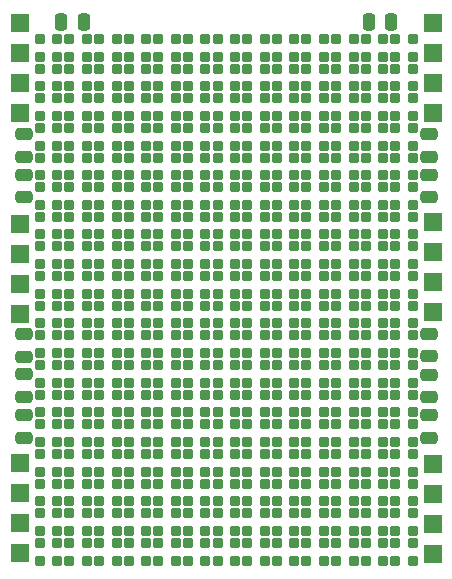
<source format=gbr>
%TF.GenerationSoftware,KiCad,Pcbnew,8.0.2*%
%TF.CreationDate,2024-06-26T19:14:07+02:00*%
%TF.ProjectId,PixelDisplay,50697865-6c44-4697-9370-6c61792e6b69,rev?*%
%TF.SameCoordinates,Original*%
%TF.FileFunction,Soldermask,Top*%
%TF.FilePolarity,Negative*%
%FSLAX46Y46*%
G04 Gerber Fmt 4.6, Leading zero omitted, Abs format (unit mm)*
G04 Created by KiCad (PCBNEW 8.0.2) date 2024-06-26 19:14:07*
%MOMM*%
%LPD*%
G01*
G04 APERTURE LIST*
G04 Aperture macros list*
%AMRoundRect*
0 Rectangle with rounded corners*
0 $1 Rounding radius*
0 $2 $3 $4 $5 $6 $7 $8 $9 X,Y pos of 4 corners*
0 Add a 4 corners polygon primitive as box body*
4,1,4,$2,$3,$4,$5,$6,$7,$8,$9,$2,$3,0*
0 Add four circle primitives for the rounded corners*
1,1,$1+$1,$2,$3*
1,1,$1+$1,$4,$5*
1,1,$1+$1,$6,$7*
1,1,$1+$1,$8,$9*
0 Add four rect primitives between the rounded corners*
20,1,$1+$1,$2,$3,$4,$5,0*
20,1,$1+$1,$4,$5,$6,$7,0*
20,1,$1+$1,$6,$7,$8,$9,0*
20,1,$1+$1,$8,$9,$2,$3,0*%
G04 Aperture macros list end*
%ADD10RoundRect,0.050000X-0.345000X-0.345000X0.345000X-0.345000X0.345000X0.345000X-0.345000X0.345000X0*%
%ADD11RoundRect,0.250000X-0.475000X0.250000X-0.475000X-0.250000X0.475000X-0.250000X0.475000X0.250000X0*%
%ADD12R,1.500000X1.500000*%
%ADD13RoundRect,0.250000X0.475000X-0.250000X0.475000X0.250000X-0.475000X0.250000X-0.475000X-0.250000X0*%
%ADD14RoundRect,0.250000X0.250000X0.475000X-0.250000X0.475000X-0.250000X-0.475000X0.250000X-0.475000X0*%
G04 APERTURE END LIST*
D10*
%TO.C,ICled210*%
X148324112Y-85256000D03*
X148324112Y-86746000D03*
X146834112Y-86746000D03*
X146834112Y-85256000D03*
%TD*%
%TO.C,ICled127*%
X145814362Y-72705100D03*
X145814362Y-74195100D03*
X144324362Y-74195100D03*
X144324362Y-72705100D03*
%TD*%
%TO.C,ICled117*%
X168402112Y-67684400D03*
X168402112Y-69174400D03*
X166912112Y-69174400D03*
X166912112Y-67684400D03*
%TD*%
%TO.C,ICled136*%
X153343612Y-72705100D03*
X153343612Y-74195100D03*
X151853612Y-74195100D03*
X151853612Y-72705100D03*
%TD*%
%TO.C,ICled68*%
X160872862Y-60154200D03*
X160872862Y-61644200D03*
X159382862Y-61644200D03*
X159382862Y-60154200D03*
%TD*%
%TO.C,ICled193*%
X168402112Y-77725800D03*
X168402112Y-79215800D03*
X166912112Y-79215800D03*
X166912112Y-77725800D03*
%TD*%
%TO.C,ICled22*%
X155853355Y-50114500D03*
X155853355Y-51604500D03*
X154363355Y-51604500D03*
X154363355Y-50114500D03*
%TD*%
D11*
%TO.C,C4*%
X169800000Y-55660000D03*
X169800000Y-57560000D03*
%TD*%
D10*
%TO.C,ICled32*%
X163382612Y-52624000D03*
X163382612Y-54114000D03*
X161892612Y-54114000D03*
X161892612Y-52624000D03*
%TD*%
%TO.C,ICled125*%
X143304612Y-75214600D03*
X143304612Y-76704600D03*
X141814612Y-76704600D03*
X141814612Y-75214600D03*
%TD*%
%TO.C,ICled65*%
X158363112Y-60154200D03*
X158363112Y-61644200D03*
X156873112Y-61644200D03*
X156873112Y-60154200D03*
%TD*%
%TO.C,ICled169*%
X148324112Y-80235300D03*
X148324112Y-81725300D03*
X146834112Y-81725300D03*
X146834112Y-80235300D03*
%TD*%
%TO.C,ICled211*%
X150833862Y-87765500D03*
X150833862Y-89255500D03*
X149343862Y-89255500D03*
X149343862Y-87765500D03*
%TD*%
%TO.C,ICled42*%
X138284862Y-55135200D03*
X138284862Y-56625200D03*
X136794862Y-56625200D03*
X136794862Y-55135200D03*
%TD*%
%TO.C,ICled101*%
X155853362Y-67684400D03*
X155853362Y-69174400D03*
X154363362Y-69174400D03*
X154363362Y-67684400D03*
%TD*%
%TO.C,ICled27*%
X158363054Y-47605000D03*
X158363054Y-49095000D03*
X156873054Y-49095000D03*
X156873054Y-47605000D03*
%TD*%
%TO.C,ICled129*%
X145814362Y-70195600D03*
X145814362Y-71685600D03*
X144324362Y-71685600D03*
X144324362Y-70195600D03*
%TD*%
D12*
%TO.C,J6*%
X135100000Y-83540000D03*
X135100000Y-86080000D03*
X135100000Y-88620000D03*
X135100000Y-91160000D03*
%TD*%
D10*
%TO.C,ICled140*%
X155853362Y-75214600D03*
X155853362Y-76704600D03*
X154363362Y-76704600D03*
X154363362Y-75214600D03*
%TD*%
%TO.C,ICled233*%
X168402112Y-87765500D03*
X168402112Y-89255500D03*
X166912112Y-89255500D03*
X166912112Y-87765500D03*
%TD*%
%TO.C,ICled19*%
X153343612Y-50114500D03*
X153343612Y-51604500D03*
X151853612Y-51604500D03*
X151853612Y-50114500D03*
%TD*%
%TO.C,ICled24*%
X155853332Y-47605000D03*
X155853332Y-49095000D03*
X154363332Y-49095000D03*
X154363332Y-47605000D03*
%TD*%
%TO.C,ICled30*%
X160872776Y-47605000D03*
X160872776Y-49095000D03*
X159382776Y-49095000D03*
X159382776Y-47605000D03*
%TD*%
%TO.C,ICled62*%
X155853362Y-60154200D03*
X155853362Y-61644200D03*
X154363362Y-61644200D03*
X154363362Y-60154200D03*
%TD*%
%TO.C,ICled39*%
X168402112Y-52624000D03*
X168402112Y-54114000D03*
X166912112Y-54114000D03*
X166912112Y-52624000D03*
%TD*%
%TO.C,ICled59*%
X153343612Y-60154200D03*
X153343612Y-61644200D03*
X151853612Y-61644200D03*
X151853612Y-60154200D03*
%TD*%
%TO.C,ICled87*%
X143304612Y-62665400D03*
X143304612Y-64155400D03*
X141814612Y-64155400D03*
X141814612Y-62665400D03*
%TD*%
D13*
%TO.C,C9*%
X135450000Y-77900000D03*
X135450000Y-76000000D03*
%TD*%
D10*
%TO.C,ICled35*%
X165892362Y-52624000D03*
X165892362Y-54114000D03*
X164402362Y-54114000D03*
X164402362Y-52624000D03*
%TD*%
%TO.C,ICled128*%
X145814362Y-75214600D03*
X145814362Y-76704600D03*
X144324362Y-76704600D03*
X144324362Y-75214600D03*
%TD*%
%TO.C,ICled91*%
X148324112Y-65174900D03*
X148324112Y-66664900D03*
X146834112Y-66664900D03*
X146834112Y-65174900D03*
%TD*%
%TO.C,ICled78*%
X168402112Y-60154200D03*
X168402112Y-61644200D03*
X166912112Y-61644200D03*
X166912112Y-60154200D03*
%TD*%
%TO.C,ICled51*%
X145814235Y-55135200D03*
X145814235Y-56625200D03*
X144324235Y-56625200D03*
X144324235Y-55135200D03*
%TD*%
%TO.C,ICled226*%
X163382612Y-87765500D03*
X163382612Y-89255500D03*
X161892612Y-89255500D03*
X161892612Y-87765500D03*
%TD*%
%TO.C,ICled2*%
X138285112Y-52624000D03*
X138285112Y-54114000D03*
X136795112Y-54114000D03*
X136795112Y-52624000D03*
%TD*%
%TO.C,ICled220*%
X158363112Y-87765500D03*
X158363112Y-89255500D03*
X156873112Y-89255500D03*
X156873112Y-87765500D03*
%TD*%
%TO.C,ICled116*%
X168402112Y-65174900D03*
X168402112Y-66664900D03*
X166912112Y-66664900D03*
X166912112Y-65174900D03*
%TD*%
%TO.C,ICled37*%
X168401946Y-47605000D03*
X168401946Y-49095000D03*
X166911946Y-49095000D03*
X166911946Y-47605000D03*
%TD*%
%TO.C,ICled145*%
X160872862Y-72705100D03*
X160872862Y-74195100D03*
X159382862Y-74195100D03*
X159382862Y-72705100D03*
%TD*%
%TO.C,ICled112*%
X165892362Y-65174900D03*
X165892362Y-66664900D03*
X164402362Y-66664900D03*
X164402362Y-65174900D03*
%TD*%
%TO.C,ICled223*%
X160872862Y-87765500D03*
X160872862Y-89255500D03*
X159382862Y-89255500D03*
X159382862Y-87765500D03*
%TD*%
%TO.C,ICled137*%
X153343612Y-75214600D03*
X153343612Y-76704600D03*
X151853612Y-76704600D03*
X151853612Y-75214600D03*
%TD*%
%TO.C,ICled94*%
X150833862Y-65174900D03*
X150833862Y-66664900D03*
X149343862Y-66664900D03*
X149343862Y-65174900D03*
%TD*%
%TO.C,ICled119*%
X138285112Y-75214600D03*
X138285112Y-76704600D03*
X136795112Y-76704600D03*
X136795112Y-75214600D03*
%TD*%
%TO.C,ICled151*%
X165892362Y-72705100D03*
X165892362Y-74195100D03*
X164402362Y-74195100D03*
X164402362Y-72705100D03*
%TD*%
%TO.C,ICled188*%
X163382612Y-82744800D03*
X163382612Y-84234800D03*
X161892612Y-84234800D03*
X161892612Y-82744800D03*
%TD*%
%TO.C,ICled4*%
X140794897Y-50114500D03*
X140794897Y-51604500D03*
X139304897Y-51604500D03*
X139304897Y-50114500D03*
%TD*%
%TO.C,ICled115*%
X168402112Y-62665400D03*
X168402112Y-64155400D03*
X166912112Y-64155400D03*
X166912112Y-62665400D03*
%TD*%
%TO.C,ICled133*%
X150833862Y-72705100D03*
X150833862Y-74195100D03*
X149343862Y-74195100D03*
X149343862Y-72705100D03*
%TD*%
%TO.C,ICled160*%
X140794862Y-80235300D03*
X140794862Y-81725300D03*
X139304862Y-81725300D03*
X139304862Y-80235300D03*
%TD*%
%TO.C,ICled139*%
X155853362Y-72705100D03*
X155853362Y-74195100D03*
X154363362Y-74195100D03*
X154363362Y-72705100D03*
%TD*%
%TO.C,ICled209*%
X148324112Y-90275000D03*
X148324112Y-91765000D03*
X146834112Y-91765000D03*
X146834112Y-90275000D03*
%TD*%
%TO.C,ICled189*%
X163382612Y-77725800D03*
X163382612Y-79215800D03*
X161892612Y-79215800D03*
X161892612Y-77725800D03*
%TD*%
%TO.C,ICled105*%
X158363112Y-62665400D03*
X158363112Y-64155400D03*
X156873112Y-64155400D03*
X156873112Y-62665400D03*
%TD*%
%TO.C,ICled33*%
X163382498Y-47605000D03*
X163382498Y-49095000D03*
X161892498Y-49095000D03*
X161892498Y-47605000D03*
%TD*%
%TO.C,ICled80*%
X138285112Y-67684400D03*
X138285112Y-69174400D03*
X136795112Y-69174400D03*
X136795112Y-67684400D03*
%TD*%
%TO.C,ICled154*%
X168402112Y-70195600D03*
X168402112Y-71685600D03*
X166912112Y-71685600D03*
X166912112Y-70195600D03*
%TD*%
%TO.C,ICled34*%
X165892327Y-50114500D03*
X165892327Y-51604500D03*
X164402327Y-51604500D03*
X164402327Y-50114500D03*
%TD*%
%TO.C,ICled143*%
X158363112Y-75214600D03*
X158363112Y-76704600D03*
X156873112Y-76704600D03*
X156873112Y-75214600D03*
%TD*%
%TO.C,ICled168*%
X145814362Y-77725800D03*
X145814362Y-79215800D03*
X144324362Y-79215800D03*
X144324362Y-77725800D03*
%TD*%
D14*
%TO.C,C2*%
X166570000Y-46200000D03*
X164670000Y-46200000D03*
%TD*%
D10*
%TO.C,ICled5*%
X140794862Y-52624000D03*
X140794862Y-54114000D03*
X139304862Y-54114000D03*
X139304862Y-52624000D03*
%TD*%
%TO.C,ICled205*%
X145814362Y-87765500D03*
X145814362Y-89255500D03*
X144324362Y-89255500D03*
X144324362Y-87765500D03*
%TD*%
%TO.C,ICled29*%
X160872862Y-52624000D03*
X160872862Y-54114000D03*
X159382862Y-54114000D03*
X159382862Y-52624000D03*
%TD*%
%TO.C,ICled100*%
X155853362Y-65174900D03*
X155853362Y-66664900D03*
X154363362Y-66664900D03*
X154363362Y-65174900D03*
%TD*%
%TO.C,ICled222*%
X158363112Y-85256000D03*
X158363112Y-86746000D03*
X156873112Y-86746000D03*
X156873112Y-85256000D03*
%TD*%
%TO.C,ICled163*%
X143304612Y-80235300D03*
X143304612Y-81725300D03*
X141814612Y-81725300D03*
X141814612Y-80235300D03*
%TD*%
%TO.C,ICled229*%
X165892362Y-87765500D03*
X165892362Y-89255500D03*
X164402362Y-89255500D03*
X164402362Y-87765500D03*
%TD*%
%TO.C,ICled81*%
X138285112Y-62665400D03*
X138285112Y-64155400D03*
X136795112Y-64155400D03*
X136795112Y-62665400D03*
%TD*%
%TO.C,ICled165*%
X143304612Y-77725800D03*
X143304612Y-79215800D03*
X141814612Y-79215800D03*
X141814612Y-77725800D03*
%TD*%
%TO.C,ICled130*%
X148324112Y-72705100D03*
X148324112Y-74195100D03*
X146834112Y-74195100D03*
X146834112Y-72705100D03*
%TD*%
%TO.C,ICled53*%
X148324112Y-60154200D03*
X148324112Y-61644200D03*
X146834112Y-61644200D03*
X146834112Y-60154200D03*
%TD*%
%TO.C,ICled121*%
X140794862Y-72705100D03*
X140794862Y-74195100D03*
X139304862Y-74195100D03*
X139304862Y-72705100D03*
%TD*%
%TO.C,ICled38*%
X168402071Y-50114500D03*
X168402071Y-51604500D03*
X166912071Y-51604500D03*
X166912071Y-50114500D03*
%TD*%
%TO.C,ICled144*%
X158363112Y-70195600D03*
X158363112Y-71685600D03*
X156873112Y-71685600D03*
X156873112Y-70195600D03*
%TD*%
%TO.C,ICled41*%
X138285112Y-60154200D03*
X138285112Y-61644200D03*
X136795112Y-61644200D03*
X136795112Y-60154200D03*
%TD*%
%TO.C,ICled57*%
X150833817Y-55135200D03*
X150833817Y-56625200D03*
X149343817Y-56625200D03*
X149343817Y-55135200D03*
%TD*%
%TO.C,ICled216*%
X153343612Y-85256000D03*
X153343612Y-86746000D03*
X151853612Y-86746000D03*
X151853612Y-85256000D03*
%TD*%
%TO.C,ICled96*%
X150833862Y-62665400D03*
X150833862Y-64155400D03*
X149343862Y-64155400D03*
X149343862Y-62665400D03*
%TD*%
%TO.C,ICled77*%
X168402071Y-57644700D03*
X168402071Y-59134700D03*
X166912071Y-59134700D03*
X166912071Y-57644700D03*
%TD*%
%TO.C,ICled141*%
X155853362Y-70195600D03*
X155853362Y-71685600D03*
X154363362Y-71685600D03*
X154363362Y-70195600D03*
%TD*%
%TO.C,ICled103*%
X158363112Y-65174900D03*
X158363112Y-66664900D03*
X156873112Y-66664900D03*
X156873112Y-65174900D03*
%TD*%
%TO.C,ICled181*%
X158363112Y-80235300D03*
X158363112Y-81725300D03*
X156873112Y-81725300D03*
X156873112Y-80235300D03*
%TD*%
%TO.C,ICled85*%
X143304612Y-65174900D03*
X143304612Y-66664900D03*
X141814612Y-66664900D03*
X141814612Y-65174900D03*
%TD*%
%TO.C,ICled93*%
X148324112Y-62665400D03*
X148324112Y-64155400D03*
X146834112Y-64155400D03*
X146834112Y-62665400D03*
%TD*%
%TO.C,ICled187*%
X163382612Y-80235300D03*
X163382612Y-81725300D03*
X161892612Y-81725300D03*
X161892612Y-80235300D03*
%TD*%
D12*
%TO.C,J5*%
X170100000Y-91190000D03*
X170100000Y-88650000D03*
X170100000Y-86110000D03*
X170100000Y-83570000D03*
%TD*%
D10*
%TO.C,ICled174*%
X150833862Y-77725800D03*
X150833862Y-79215800D03*
X149343862Y-79215800D03*
X149343862Y-77725800D03*
%TD*%
%TO.C,ICled92*%
X148324112Y-67684400D03*
X148324112Y-69174400D03*
X146834112Y-69174400D03*
X146834112Y-67684400D03*
%TD*%
%TO.C,ICled76*%
X168402362Y-55135200D03*
X168402362Y-56625200D03*
X166912362Y-56625200D03*
X166912362Y-55135200D03*
%TD*%
%TO.C,ICled28*%
X160872841Y-50114500D03*
X160872841Y-51604500D03*
X159382841Y-51604500D03*
X159382841Y-50114500D03*
%TD*%
%TO.C,ICled20*%
X153343612Y-52624000D03*
X153343612Y-54114000D03*
X151853612Y-54114000D03*
X151853612Y-52624000D03*
%TD*%
%TO.C,ICled171*%
X148324112Y-77725800D03*
X148324112Y-79215800D03*
X146834112Y-79215800D03*
X146834112Y-77725800D03*
%TD*%
%TO.C,ICled120*%
X138285112Y-70195600D03*
X138285112Y-71685600D03*
X136795112Y-71685600D03*
X136795112Y-70195600D03*
%TD*%
%TO.C,ICled82*%
X140794862Y-65174900D03*
X140794862Y-66664900D03*
X139304862Y-66664900D03*
X139304862Y-65174900D03*
%TD*%
%TO.C,ICled185*%
X160872862Y-82744800D03*
X160872862Y-84234800D03*
X159382862Y-84234800D03*
X159382862Y-82744800D03*
%TD*%
%TO.C,ICled11*%
X145814362Y-52624000D03*
X145814362Y-54114000D03*
X144324362Y-54114000D03*
X144324362Y-52624000D03*
%TD*%
%TO.C,ICled155*%
X168402112Y-72705100D03*
X168402112Y-74195100D03*
X166912112Y-74195100D03*
X166912112Y-72705100D03*
%TD*%
%TO.C,ICled180*%
X155853362Y-77725800D03*
X155853362Y-79215800D03*
X154363362Y-79215800D03*
X154363362Y-77725800D03*
%TD*%
%TO.C,ICled83*%
X140794862Y-67684400D03*
X140794862Y-69174400D03*
X139304862Y-69174400D03*
X139304862Y-67684400D03*
%TD*%
%TO.C,ICled55*%
X150833869Y-57644700D03*
X150833869Y-59134700D03*
X149343869Y-59134700D03*
X149343869Y-57644700D03*
%TD*%
D13*
%TO.C,C8*%
X135450000Y-74500000D03*
X135450000Y-72600000D03*
%TD*%
D10*
%TO.C,ICled44*%
X140794862Y-60154200D03*
X140794862Y-61644200D03*
X139304862Y-61644200D03*
X139304862Y-60154200D03*
%TD*%
%TO.C,ICled198*%
X138285112Y-85256000D03*
X138285112Y-86746000D03*
X136795112Y-86746000D03*
X136795112Y-85256000D03*
%TD*%
%TO.C,ICled102*%
X155853362Y-62665400D03*
X155853362Y-64155400D03*
X154363362Y-64155400D03*
X154363362Y-62665400D03*
%TD*%
%TO.C,ICled64*%
X158363098Y-57644700D03*
X158363098Y-59134700D03*
X156873098Y-59134700D03*
X156873098Y-57644700D03*
%TD*%
%TO.C,ICled207*%
X145814362Y-85256000D03*
X145814362Y-86746000D03*
X144324362Y-86746000D03*
X144324362Y-85256000D03*
%TD*%
%TO.C,ICled7*%
X143304640Y-50114500D03*
X143304640Y-51604500D03*
X141814640Y-51604500D03*
X141814640Y-50114500D03*
%TD*%
%TO.C,ICled231*%
X165892362Y-85256000D03*
X165892362Y-86746000D03*
X164402362Y-86746000D03*
X164402362Y-85256000D03*
%TD*%
%TO.C,ICled182*%
X158363112Y-82744800D03*
X158363112Y-84234800D03*
X156873112Y-84234800D03*
X156873112Y-82744800D03*
%TD*%
%TO.C,ICled153*%
X165892362Y-70195600D03*
X165892362Y-71685600D03*
X164402362Y-71685600D03*
X164402362Y-70195600D03*
%TD*%
%TO.C,ICled74*%
X165892362Y-60154200D03*
X165892362Y-61644200D03*
X164402362Y-61644200D03*
X164402362Y-60154200D03*
%TD*%
%TO.C,ICled190*%
X165892362Y-80235300D03*
X165892362Y-81725300D03*
X164402362Y-81725300D03*
X164402362Y-80235300D03*
%TD*%
%TO.C,ICled179*%
X155853362Y-82744800D03*
X155853362Y-84234800D03*
X154363362Y-84234800D03*
X154363362Y-82744800D03*
%TD*%
%TO.C,ICled150*%
X163382612Y-70195600D03*
X163382612Y-71685600D03*
X161892612Y-71685600D03*
X161892612Y-70195600D03*
%TD*%
%TO.C,ICled1*%
X138285154Y-50114500D03*
X138285154Y-51604500D03*
X136795154Y-51604500D03*
X136795154Y-50114500D03*
%TD*%
%TO.C,ICled214*%
X153343612Y-87765500D03*
X153343612Y-89255500D03*
X151853612Y-89255500D03*
X151853612Y-87765500D03*
%TD*%
%TO.C,ICled113*%
X165892362Y-67684400D03*
X165892362Y-69174400D03*
X164402362Y-69174400D03*
X164402362Y-67684400D03*
%TD*%
%TO.C,ICled219*%
X155853362Y-85256000D03*
X155853362Y-86746000D03*
X154363362Y-86746000D03*
X154363362Y-85256000D03*
%TD*%
%TO.C,ICled170*%
X148324112Y-82744800D03*
X148324112Y-84234800D03*
X146834112Y-84234800D03*
X146834112Y-82744800D03*
%TD*%
%TO.C,ICled197*%
X138285112Y-90275000D03*
X138285112Y-91765000D03*
X136795112Y-91765000D03*
X136795112Y-90275000D03*
%TD*%
%TO.C,ICled146*%
X160872862Y-75214600D03*
X160872862Y-76704600D03*
X159382862Y-76704600D03*
X159382862Y-75214600D03*
%TD*%
%TO.C,ICled208*%
X148324112Y-87765500D03*
X148324112Y-89255500D03*
X146834112Y-89255500D03*
X146834112Y-87765500D03*
%TD*%
%TO.C,ICled172*%
X150833862Y-80235300D03*
X150833862Y-81725300D03*
X149343862Y-81725300D03*
X149343862Y-80235300D03*
%TD*%
%TO.C,ICled66*%
X158363190Y-55135200D03*
X158363190Y-56625200D03*
X156873190Y-56625200D03*
X156873190Y-55135200D03*
%TD*%
%TO.C,ICled8*%
X143304612Y-52624000D03*
X143304612Y-54114000D03*
X141814612Y-54114000D03*
X141814612Y-52624000D03*
%TD*%
%TO.C,ICled61*%
X155853355Y-57644700D03*
X155853355Y-59134700D03*
X154363355Y-59134700D03*
X154363355Y-57644700D03*
%TD*%
%TO.C,ICled213*%
X150833862Y-85256000D03*
X150833862Y-86746000D03*
X149343862Y-86746000D03*
X149343862Y-85256000D03*
%TD*%
%TO.C,ICled183*%
X158363112Y-77725800D03*
X158363112Y-79215800D03*
X156873112Y-79215800D03*
X156873112Y-77725800D03*
%TD*%
%TO.C,ICled225*%
X160872862Y-85256000D03*
X160872862Y-86746000D03*
X159382862Y-86746000D03*
X159382862Y-85256000D03*
%TD*%
%TO.C,ICled224*%
X160872862Y-90275000D03*
X160872862Y-91765000D03*
X159382862Y-91765000D03*
X159382862Y-90275000D03*
%TD*%
%TO.C,ICled200*%
X140794862Y-90275000D03*
X140794862Y-91765000D03*
X139304862Y-91765000D03*
X139304862Y-90275000D03*
%TD*%
%TO.C,ICled10*%
X145814383Y-50114500D03*
X145814383Y-51604500D03*
X144324383Y-51604500D03*
X144324383Y-50114500D03*
%TD*%
%TO.C,ICled176*%
X153343612Y-82744800D03*
X153343612Y-84234800D03*
X151853612Y-84234800D03*
X151853612Y-82744800D03*
%TD*%
%TO.C,ICled89*%
X145814362Y-67684400D03*
X145814362Y-69174400D03*
X144324362Y-69174400D03*
X144324362Y-67684400D03*
%TD*%
D13*
%TO.C,C7*%
X169800000Y-74475000D03*
X169800000Y-72575000D03*
%TD*%
D10*
%TO.C,ICled13*%
X148324126Y-50114500D03*
X148324126Y-51604500D03*
X146834126Y-51604500D03*
X146834126Y-50114500D03*
%TD*%
%TO.C,ICled15*%
X148324166Y-47605000D03*
X148324166Y-49095000D03*
X146834166Y-49095000D03*
X146834166Y-47605000D03*
%TD*%
%TO.C,ICled227*%
X163382612Y-90275000D03*
X163382612Y-91765000D03*
X161892612Y-91765000D03*
X161892612Y-90275000D03*
%TD*%
%TO.C,ICled206*%
X145814362Y-90275000D03*
X145814362Y-91765000D03*
X144324362Y-91765000D03*
X144324362Y-90275000D03*
%TD*%
%TO.C,ICled45*%
X140794653Y-55135200D03*
X140794653Y-56625200D03*
X139304653Y-56625200D03*
X139304653Y-55135200D03*
%TD*%
%TO.C,ICled152*%
X165892362Y-75214600D03*
X165892362Y-76704600D03*
X164402362Y-76704600D03*
X164402362Y-75214600D03*
%TD*%
%TO.C,ICled23*%
X155853362Y-52624000D03*
X155853362Y-54114000D03*
X154363362Y-54114000D03*
X154363362Y-52624000D03*
%TD*%
%TO.C,ICled52*%
X148324126Y-57644700D03*
X148324126Y-59134700D03*
X146834126Y-59134700D03*
X146834126Y-57644700D03*
%TD*%
%TO.C,ICled204*%
X143304612Y-85256000D03*
X143304612Y-86746000D03*
X141814612Y-86746000D03*
X141814612Y-85256000D03*
%TD*%
%TO.C,ICled69*%
X160872981Y-55135200D03*
X160872981Y-56625200D03*
X159382981Y-56625200D03*
X159382981Y-55135200D03*
%TD*%
%TO.C,ICled135*%
X150833862Y-70195600D03*
X150833862Y-71685600D03*
X149343862Y-71685600D03*
X149343862Y-70195600D03*
%TD*%
%TO.C,ICled138*%
X153343612Y-70195600D03*
X153343612Y-71685600D03*
X151853612Y-71685600D03*
X151853612Y-70195600D03*
%TD*%
D12*
%TO.C,J2*%
X170100000Y-53880000D03*
X170100000Y-51340000D03*
X170100000Y-48800000D03*
X170100000Y-46260000D03*
%TD*%
D10*
%TO.C,ICled199*%
X140794862Y-87765500D03*
X140794862Y-89255500D03*
X139304862Y-89255500D03*
X139304862Y-87765500D03*
%TD*%
%TO.C,ICled56*%
X150833862Y-60154200D03*
X150833862Y-61644200D03*
X149343862Y-61644200D03*
X149343862Y-60154200D03*
%TD*%
D13*
%TO.C,C3*%
X135450000Y-57560000D03*
X135450000Y-55660000D03*
%TD*%
D10*
%TO.C,ICled108*%
X160872862Y-62665400D03*
X160872862Y-64155400D03*
X159382862Y-64155400D03*
X159382862Y-62665400D03*
%TD*%
%TO.C,ICled228*%
X163382612Y-85256000D03*
X163382612Y-86746000D03*
X161892612Y-86746000D03*
X161892612Y-85256000D03*
%TD*%
%TO.C,ICled158*%
X138285112Y-82744800D03*
X138285112Y-84234800D03*
X136795112Y-84234800D03*
X136795112Y-82744800D03*
%TD*%
D13*
%TO.C,C6*%
X135450000Y-61010000D03*
X135450000Y-59110000D03*
%TD*%
D10*
%TO.C,ICled215*%
X153343612Y-90275000D03*
X153343612Y-91765000D03*
X151853612Y-91765000D03*
X151853612Y-90275000D03*
%TD*%
%TO.C,ICled90*%
X145814362Y-62665400D03*
X145814362Y-64155400D03*
X144324362Y-64155400D03*
X144324362Y-62665400D03*
%TD*%
%TO.C,ICled175*%
X153343612Y-80235300D03*
X153343612Y-81725300D03*
X151853612Y-81725300D03*
X151853612Y-80235300D03*
%TD*%
%TO.C,ICled43*%
X140794897Y-57644700D03*
X140794897Y-59134700D03*
X139304897Y-59134700D03*
X139304897Y-57644700D03*
%TD*%
%TO.C,ICled147*%
X160872862Y-70195600D03*
X160872862Y-71685600D03*
X159382862Y-71685600D03*
X159382862Y-70195600D03*
%TD*%
%TO.C,ICled58*%
X153343612Y-57644700D03*
X153343612Y-59134700D03*
X151853612Y-59134700D03*
X151853612Y-57644700D03*
%TD*%
%TO.C,ICled131*%
X148324112Y-75214600D03*
X148324112Y-76704600D03*
X146834112Y-76704600D03*
X146834112Y-75214600D03*
%TD*%
%TO.C,ICled192*%
X165892362Y-77725800D03*
X165892362Y-79215800D03*
X164402362Y-79215800D03*
X164402362Y-77725800D03*
%TD*%
%TO.C,ICled164*%
X143304612Y-82744800D03*
X143304612Y-84234800D03*
X141814612Y-84234800D03*
X141814612Y-82744800D03*
%TD*%
%TO.C,ICled98*%
X153343612Y-67684400D03*
X153343612Y-69174400D03*
X151853612Y-69174400D03*
X151853612Y-67684400D03*
%TD*%
%TO.C,ICled21*%
X153343610Y-47605000D03*
X153343610Y-49095000D03*
X151853610Y-49095000D03*
X151853610Y-47605000D03*
%TD*%
%TO.C,ICled79*%
X138285112Y-65174900D03*
X138285112Y-66664900D03*
X136795112Y-66664900D03*
X136795112Y-65174900D03*
%TD*%
%TO.C,ICled25*%
X158363098Y-50114500D03*
X158363098Y-51604500D03*
X156873098Y-51604500D03*
X156873098Y-50114500D03*
%TD*%
%TO.C,ICled6*%
X140795000Y-47605000D03*
X140795000Y-49095000D03*
X139305000Y-49095000D03*
X139305000Y-47605000D03*
%TD*%
%TO.C,ICled84*%
X140794862Y-62665400D03*
X140794862Y-64155400D03*
X139304862Y-64155400D03*
X139304862Y-62665400D03*
%TD*%
%TO.C,ICled107*%
X160872862Y-67684400D03*
X160872862Y-69174400D03*
X159382862Y-69174400D03*
X159382862Y-67684400D03*
%TD*%
%TO.C,ICled26*%
X158363112Y-52624000D03*
X158363112Y-54114000D03*
X156873112Y-54114000D03*
X156873112Y-52624000D03*
%TD*%
%TO.C,ICled40*%
X138285154Y-57644700D03*
X138285154Y-59134700D03*
X136795154Y-59134700D03*
X136795154Y-57644700D03*
%TD*%
%TO.C,ICled123*%
X140794862Y-70195600D03*
X140794862Y-71685600D03*
X139304862Y-71685600D03*
X139304862Y-70195600D03*
%TD*%
%TO.C,ICled60*%
X153343608Y-55135200D03*
X153343608Y-56625200D03*
X151853608Y-56625200D03*
X151853608Y-55135200D03*
%TD*%
%TO.C,ICled195*%
X168402112Y-82744800D03*
X168402112Y-84234800D03*
X166912112Y-84234800D03*
X166912112Y-82744800D03*
%TD*%
%TO.C,ICled217*%
X155853362Y-87765500D03*
X155853362Y-89255500D03*
X154363362Y-89255500D03*
X154363362Y-87765500D03*
%TD*%
%TO.C,ICled18*%
X150833888Y-47605000D03*
X150833888Y-49095000D03*
X149343888Y-49095000D03*
X149343888Y-47605000D03*
%TD*%
%TO.C,ICled114*%
X165892362Y-62665400D03*
X165892362Y-64155400D03*
X164402362Y-64155400D03*
X164402362Y-62665400D03*
%TD*%
%TO.C,ICled75*%
X165892563Y-55135200D03*
X165892563Y-56625200D03*
X164402563Y-56625200D03*
X164402563Y-55135200D03*
%TD*%
%TO.C,ICled161*%
X140794862Y-82744800D03*
X140794862Y-84234800D03*
X139304862Y-84234800D03*
X139304862Y-82744800D03*
%TD*%
%TO.C,ICled63*%
X155853399Y-55135200D03*
X155853399Y-56625200D03*
X154363399Y-56625200D03*
X154363399Y-55135200D03*
%TD*%
%TO.C,ICled173*%
X150833862Y-82744800D03*
X150833862Y-84234800D03*
X149343862Y-84234800D03*
X149343862Y-82744800D03*
%TD*%
%TO.C,ICled221*%
X158363112Y-90275000D03*
X158363112Y-91765000D03*
X156873112Y-91765000D03*
X156873112Y-90275000D03*
%TD*%
%TO.C,ICled86*%
X143304612Y-67684400D03*
X143304612Y-69174400D03*
X141814612Y-69174400D03*
X141814612Y-67684400D03*
%TD*%
%TO.C,ICled48*%
X143304444Y-55135200D03*
X143304444Y-56625200D03*
X141814444Y-56625200D03*
X141814444Y-55135200D03*
%TD*%
%TO.C,ICled212*%
X150833862Y-90275000D03*
X150833862Y-91765000D03*
X149343862Y-91765000D03*
X149343862Y-90275000D03*
%TD*%
%TO.C,ICled132*%
X148324112Y-70195600D03*
X148324112Y-71685600D03*
X146834112Y-71685600D03*
X146834112Y-70195600D03*
%TD*%
%TO.C,ICled149*%
X163382612Y-75214600D03*
X163382612Y-76704600D03*
X161892612Y-76704600D03*
X161892612Y-75214600D03*
%TD*%
%TO.C,ICled184*%
X160872862Y-80235300D03*
X160872862Y-81725300D03*
X159382862Y-81725300D03*
X159382862Y-80235300D03*
%TD*%
%TO.C,ICled196*%
X138285112Y-87765500D03*
X138285112Y-89255500D03*
X136795112Y-89255500D03*
X136795112Y-87765500D03*
%TD*%
D14*
%TO.C,C1*%
X140520000Y-46200000D03*
X138620000Y-46200000D03*
%TD*%
D10*
%TO.C,ICled36*%
X165892220Y-47605000D03*
X165892220Y-49095000D03*
X164402220Y-49095000D03*
X164402220Y-47605000D03*
%TD*%
%TO.C,ICled122*%
X140794862Y-75214600D03*
X140794862Y-76704600D03*
X139304862Y-76704600D03*
X139304862Y-75214600D03*
%TD*%
%TO.C,ICled124*%
X143304612Y-72705100D03*
X143304612Y-74195100D03*
X141814612Y-74195100D03*
X141814612Y-72705100D03*
%TD*%
%TO.C,ICled203*%
X143304612Y-90275000D03*
X143304612Y-91765000D03*
X141814612Y-91765000D03*
X141814612Y-90275000D03*
%TD*%
%TO.C,ICled194*%
X168402112Y-80235300D03*
X168402112Y-81725300D03*
X166912112Y-81725300D03*
X166912112Y-80235300D03*
%TD*%
%TO.C,ICled50*%
X145814362Y-60154200D03*
X145814362Y-61644200D03*
X144324362Y-61644200D03*
X144324362Y-60154200D03*
%TD*%
%TO.C,ICled111*%
X163382612Y-62665400D03*
X163382612Y-64155400D03*
X161892612Y-64155400D03*
X161892612Y-62665400D03*
%TD*%
%TO.C,ICled73*%
X165892327Y-57644700D03*
X165892327Y-59134700D03*
X164402327Y-59134700D03*
X164402327Y-57644700D03*
%TD*%
%TO.C,ICled202*%
X143304612Y-87765500D03*
X143304612Y-89255500D03*
X141814612Y-89255500D03*
X141814612Y-87765500D03*
%TD*%
%TO.C,ICled47*%
X143304612Y-60154200D03*
X143304612Y-61644200D03*
X141814612Y-61644200D03*
X141814612Y-60154200D03*
%TD*%
%TO.C,ICled9*%
X143304722Y-47605000D03*
X143304722Y-49095000D03*
X141814722Y-49095000D03*
X141814722Y-47605000D03*
%TD*%
D11*
%TO.C,C5*%
X169800000Y-59110000D03*
X169800000Y-61010000D03*
%TD*%
D10*
%TO.C,ICled162*%
X140794862Y-77725800D03*
X140794862Y-79215800D03*
X139304862Y-79215800D03*
X139304862Y-77725800D03*
%TD*%
%TO.C,ICled178*%
X155853362Y-80235300D03*
X155853362Y-81725300D03*
X154363362Y-81725300D03*
X154363362Y-80235300D03*
%TD*%
%TO.C,ICled54*%
X148324026Y-55135200D03*
X148324026Y-56625200D03*
X146834026Y-56625200D03*
X146834026Y-55135200D03*
%TD*%
%TO.C,ICled156*%
X168402112Y-75214600D03*
X168402112Y-76704600D03*
X166912112Y-76704600D03*
X166912112Y-75214600D03*
%TD*%
%TO.C,ICled104*%
X158363112Y-67684400D03*
X158363112Y-69174400D03*
X156873112Y-69174400D03*
X156873112Y-67684400D03*
%TD*%
%TO.C,ICled12*%
X145814444Y-47605000D03*
X145814444Y-49095000D03*
X144324444Y-49095000D03*
X144324444Y-47605000D03*
%TD*%
D11*
%TO.C,C12*%
X169800000Y-79475000D03*
X169800000Y-81375000D03*
%TD*%
D12*
%TO.C,J3*%
X135100000Y-63260000D03*
X135100000Y-65800000D03*
X135100000Y-68340000D03*
X135100000Y-70880000D03*
%TD*%
D10*
%TO.C,ICled17*%
X150833862Y-52624000D03*
X150833862Y-54114000D03*
X149343862Y-54114000D03*
X149343862Y-52624000D03*
%TD*%
%TO.C,ICled16*%
X150833869Y-50114500D03*
X150833869Y-51604500D03*
X149343869Y-51604500D03*
X149343869Y-50114500D03*
%TD*%
%TO.C,ICled95*%
X150833862Y-67684400D03*
X150833862Y-69174400D03*
X149343862Y-69174400D03*
X149343862Y-67684400D03*
%TD*%
%TO.C,ICled134*%
X150833862Y-75214600D03*
X150833862Y-76704600D03*
X149343862Y-76704600D03*
X149343862Y-75214600D03*
%TD*%
%TO.C,ICled106*%
X160872862Y-65174900D03*
X160872862Y-66664900D03*
X159382862Y-66664900D03*
X159382862Y-65174900D03*
%TD*%
%TO.C,ICled186*%
X160872862Y-77725800D03*
X160872862Y-79215800D03*
X159382862Y-79215800D03*
X159382862Y-77725800D03*
%TD*%
%TO.C,ICled201*%
X140794862Y-85256000D03*
X140794862Y-86746000D03*
X139304862Y-86746000D03*
X139304862Y-85256000D03*
%TD*%
%TO.C,ICled232*%
X168402112Y-85256000D03*
X168402112Y-86746000D03*
X166912112Y-86746000D03*
X166912112Y-85256000D03*
%TD*%
%TO.C,ICled230*%
X165892362Y-90275000D03*
X165892362Y-91765000D03*
X164402362Y-91765000D03*
X164402362Y-90275000D03*
%TD*%
%TO.C,ICled97*%
X153343612Y-65174900D03*
X153343612Y-66664900D03*
X151853612Y-66664900D03*
X151853612Y-65174900D03*
%TD*%
%TO.C,ICled148*%
X163382612Y-72705100D03*
X163382612Y-74195100D03*
X161892612Y-74195100D03*
X161892612Y-72705100D03*
%TD*%
%TO.C,ICled109*%
X163382612Y-65174900D03*
X163382612Y-66664900D03*
X161892612Y-66664900D03*
X161892612Y-65174900D03*
%TD*%
%TO.C,ICled234*%
X168402112Y-90275000D03*
X168402112Y-91765000D03*
X166912112Y-91765000D03*
X166912112Y-90275000D03*
%TD*%
%TO.C,ICled159*%
X138285112Y-77725800D03*
X138285112Y-79215800D03*
X136795112Y-79215800D03*
X136795112Y-77725800D03*
%TD*%
%TO.C,ICled67*%
X160872841Y-57644700D03*
X160872841Y-59134700D03*
X159382841Y-59134700D03*
X159382841Y-57644700D03*
%TD*%
%TO.C,ICled70*%
X163382584Y-57644700D03*
X163382584Y-59134700D03*
X161892584Y-59134700D03*
X161892584Y-57644700D03*
%TD*%
%TO.C,ICled191*%
X165892362Y-82744800D03*
X165892362Y-84234800D03*
X164402362Y-84234800D03*
X164402362Y-82744800D03*
%TD*%
%TO.C,ICled46*%
X143304640Y-57644700D03*
X143304640Y-59134700D03*
X141814640Y-59134700D03*
X141814640Y-57644700D03*
%TD*%
%TO.C,ICled99*%
X153343612Y-62665400D03*
X153343612Y-64155400D03*
X151853612Y-64155400D03*
X151853612Y-62665400D03*
%TD*%
D12*
%TO.C,J4*%
X170100500Y-70760000D03*
X170100500Y-68220000D03*
X170100500Y-65680000D03*
X170100500Y-63140000D03*
%TD*%
D10*
%TO.C,ICled31*%
X163382584Y-50114500D03*
X163382584Y-51604500D03*
X161892584Y-51604500D03*
X161892584Y-50114500D03*
%TD*%
%TO.C,ICled218*%
X155853362Y-90275000D03*
X155853362Y-91765000D03*
X154363362Y-91765000D03*
X154363362Y-90275000D03*
%TD*%
D11*
%TO.C,C10*%
X135450000Y-79450000D03*
X135450000Y-81350000D03*
%TD*%
D10*
%TO.C,ICled3*%
X138285278Y-47605000D03*
X138285278Y-49095000D03*
X136795278Y-49095000D03*
X136795278Y-47605000D03*
%TD*%
%TO.C,ICled110*%
X163382612Y-67684400D03*
X163382612Y-69174400D03*
X161892612Y-69174400D03*
X161892612Y-67684400D03*
%TD*%
%TO.C,ICled157*%
X138285112Y-80235300D03*
X138285112Y-81725300D03*
X136795112Y-81725300D03*
X136795112Y-80235300D03*
%TD*%
D13*
%TO.C,C11*%
X169800000Y-77925000D03*
X169800000Y-76025000D03*
%TD*%
D12*
%TO.C,J1*%
X135100000Y-46290000D03*
X135100000Y-48830000D03*
X135100000Y-51370000D03*
X135100000Y-53910000D03*
%TD*%
D10*
%TO.C,ICled166*%
X145814362Y-80235300D03*
X145814362Y-81725300D03*
X144324362Y-81725300D03*
X144324362Y-80235300D03*
%TD*%
%TO.C,ICled142*%
X158363112Y-72705100D03*
X158363112Y-74195100D03*
X156873112Y-74195100D03*
X156873112Y-72705100D03*
%TD*%
%TO.C,ICled49*%
X145814383Y-57644700D03*
X145814383Y-59134700D03*
X144324383Y-59134700D03*
X144324383Y-57644700D03*
%TD*%
%TO.C,ICled126*%
X143304612Y-70195600D03*
X143304612Y-71685600D03*
X141814612Y-71685600D03*
X141814612Y-70195600D03*
%TD*%
%TO.C,ICled167*%
X145814362Y-82744800D03*
X145814362Y-84234800D03*
X144324362Y-84234800D03*
X144324362Y-82744800D03*
%TD*%
%TO.C,ICled71*%
X163382612Y-60154200D03*
X163382612Y-61644200D03*
X161892612Y-61644200D03*
X161892612Y-60154200D03*
%TD*%
%TO.C,ICled14*%
X148324112Y-52624000D03*
X148324112Y-54114000D03*
X146834112Y-54114000D03*
X146834112Y-52624000D03*
%TD*%
%TO.C,ICled72*%
X163382772Y-55135200D03*
X163382772Y-56625200D03*
X161892772Y-56625200D03*
X161892772Y-55135200D03*
%TD*%
%TO.C,ICled118*%
X138285112Y-72705100D03*
X138285112Y-74195100D03*
X136795112Y-74195100D03*
X136795112Y-72705100D03*
%TD*%
%TO.C,ICled177*%
X153343612Y-77725800D03*
X153343612Y-79215800D03*
X151853612Y-79215800D03*
X151853612Y-77725800D03*
%TD*%
%TO.C,ICled88*%
X145814362Y-65174900D03*
X145814362Y-66664900D03*
X144324362Y-66664900D03*
X144324362Y-65174900D03*
%TD*%
M02*

</source>
